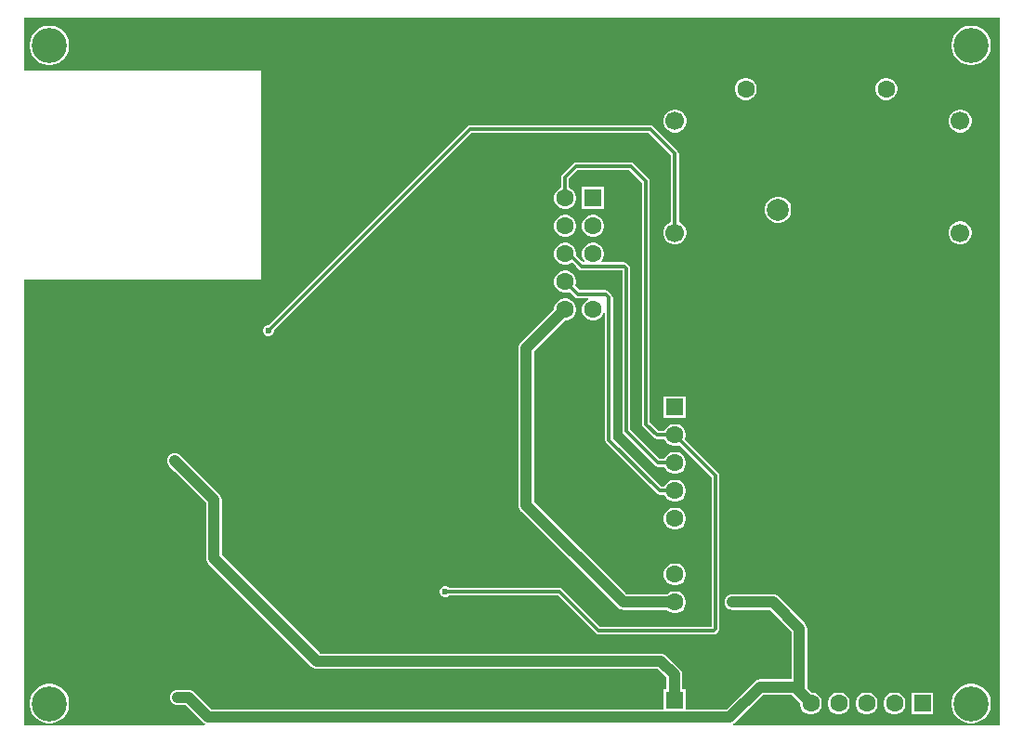
<source format=gbl>
G04*
G04 #@! TF.GenerationSoftware,Altium Limited,Altium Designer,21.4.1 (30)*
G04*
G04 Layer_Physical_Order=2*
G04 Layer_Color=16711680*
%FSLAX44Y44*%
%MOMM*%
G71*
G04*
G04 #@! TF.SameCoordinates,02D7BDB2-D434-4152-92C4-171F5B89420C*
G04*
G04*
G04 #@! TF.FilePolarity,Positive*
G04*
G01*
G75*
%ADD22C,1.0000*%
%ADD24C,0.3000*%
%ADD25C,1.5240*%
%ADD26C,1.6000*%
%ADD27R,1.6000X1.6000*%
%ADD28C,1.6500*%
%ADD29R,1.6500X1.6500*%
%ADD30R,1.6000X1.6000*%
%ADD31C,2.0000*%
%ADD32C,1.7000*%
%ADD33C,3.2000*%
%ADD34C,0.6000*%
G36*
X895943Y10277D02*
X652938D01*
X652685Y11547D01*
X653230Y11773D01*
X654692Y12895D01*
X680014Y38217D01*
X706018D01*
X713443Y30792D01*
Y28960D01*
X714125Y26417D01*
X715441Y24137D01*
X717303Y22275D01*
X719583Y20958D01*
X722126Y20277D01*
X724760D01*
X727303Y20958D01*
X729583Y22275D01*
X731445Y24137D01*
X732762Y26417D01*
X733443Y28960D01*
Y31593D01*
X732762Y34137D01*
X731445Y36417D01*
X729583Y38279D01*
X727303Y39595D01*
X724760Y40277D01*
X723928D01*
X720104Y44101D01*
Y45277D01*
Y98419D01*
X719863Y100246D01*
X719158Y101949D01*
X718036Y103412D01*
X693897Y127550D01*
X692435Y128672D01*
X690732Y129378D01*
X688904Y129618D01*
X661284D01*
X661120Y129597D01*
X652044D01*
X650217Y129356D01*
X648514Y128651D01*
X647052Y127529D01*
X645930Y126066D01*
X645225Y124364D01*
X644984Y122536D01*
X645225Y120709D01*
X645930Y119006D01*
X647052Y117544D01*
X648514Y116422D01*
X650217Y115716D01*
X652044Y115476D01*
X661263D01*
X661427Y115497D01*
X685980D01*
X705983Y95495D01*
Y52337D01*
X677089D01*
X675262Y52097D01*
X673559Y51392D01*
X672097Y50269D01*
X646775Y24947D01*
X609413D01*
Y43387D01*
X606223D01*
Y56387D01*
X605983Y58214D01*
X605278Y59917D01*
X604156Y61379D01*
X591846Y73689D01*
X590383Y74812D01*
X588680Y75517D01*
X586853Y75757D01*
X276568D01*
X186723Y165602D01*
Y216017D01*
X186483Y217844D01*
X185778Y219547D01*
X184655Y221009D01*
X154176Y251489D01*
X149095Y256569D01*
X147633Y257691D01*
X145930Y258397D01*
X144103Y258637D01*
X142276Y258397D01*
X140573Y257691D01*
X139111Y256569D01*
X137989Y255107D01*
X137283Y253404D01*
X137043Y251577D01*
X137283Y249750D01*
X137989Y248047D01*
X139111Y246584D01*
X144191Y241504D01*
X172603Y213092D01*
Y162677D01*
X172843Y160850D01*
X173549Y159147D01*
X174671Y157684D01*
X268651Y63705D01*
X270113Y62583D01*
X271816Y61877D01*
X273643Y61637D01*
X583929D01*
X592103Y53463D01*
Y43387D01*
X588913D01*
Y24947D01*
X177518D01*
X161796Y40669D01*
X160333Y41792D01*
X158630Y42497D01*
X156803Y42737D01*
X146643D01*
X144816Y42497D01*
X143113Y41792D01*
X141651Y40669D01*
X140529Y39207D01*
X139823Y37504D01*
X139583Y35677D01*
X139823Y33850D01*
X140529Y32147D01*
X141651Y30684D01*
X143113Y29562D01*
X144816Y28857D01*
X146643Y28617D01*
X153879D01*
X169601Y12895D01*
X171063Y11773D01*
X171607Y11547D01*
X171355Y10277D01*
X6943D01*
Y416677D01*
X222843D01*
Y607177D01*
X6943D01*
Y655437D01*
X895943D01*
Y10277D01*
D02*
G37*
%LPC*%
G36*
X871416Y648119D02*
X867870D01*
X864393Y647427D01*
X861117Y646070D01*
X858169Y644100D01*
X855662Y641593D01*
X853692Y638645D01*
X852335Y635369D01*
X851643Y631892D01*
Y628346D01*
X852335Y624869D01*
X853692Y621593D01*
X855662Y618645D01*
X858169Y616138D01*
X861117Y614168D01*
X864393Y612811D01*
X867870Y612119D01*
X871416D01*
X874893Y612811D01*
X878169Y614168D01*
X881117Y616138D01*
X883625Y618645D01*
X885594Y621593D01*
X886951Y624869D01*
X887643Y628346D01*
Y631892D01*
X886951Y635369D01*
X885594Y638645D01*
X883625Y641593D01*
X881117Y644100D01*
X878169Y646070D01*
X874893Y647427D01*
X871416Y648119D01*
D02*
G37*
G36*
X31416D02*
X27870D01*
X24393Y647427D01*
X21117Y646070D01*
X18169Y644100D01*
X15662Y641593D01*
X13692Y638645D01*
X12335Y635369D01*
X11643Y631892D01*
Y628346D01*
X12335Y624869D01*
X13692Y621593D01*
X15662Y618645D01*
X18169Y616138D01*
X21117Y614168D01*
X24393Y612811D01*
X27870Y612119D01*
X31416D01*
X34894Y612811D01*
X38169Y614168D01*
X41117Y616138D01*
X43625Y618645D01*
X45594Y621593D01*
X46951Y624869D01*
X47643Y628346D01*
Y631892D01*
X46951Y635369D01*
X45594Y638645D01*
X43625Y641593D01*
X41117Y644100D01*
X38169Y646070D01*
X34894Y647427D01*
X31416Y648119D01*
D02*
G37*
G36*
X793660Y600277D02*
X791027D01*
X788483Y599595D01*
X786203Y598279D01*
X784341Y596417D01*
X783025Y594137D01*
X782343Y591594D01*
Y588960D01*
X783025Y586417D01*
X784341Y584137D01*
X786203Y582275D01*
X788483Y580959D01*
X791027Y580277D01*
X793660D01*
X796203Y580959D01*
X798483Y582275D01*
X800345Y584137D01*
X801662Y586417D01*
X802343Y588960D01*
Y591594D01*
X801662Y594137D01*
X800345Y596417D01*
X798483Y598279D01*
X796203Y599595D01*
X793660Y600277D01*
D02*
G37*
G36*
X665560D02*
X662927D01*
X660383Y599595D01*
X658103Y598279D01*
X656241Y596417D01*
X654925Y594137D01*
X654243Y591594D01*
Y588960D01*
X654925Y586417D01*
X656241Y584137D01*
X658103Y582275D01*
X660383Y580959D01*
X662927Y580277D01*
X665560D01*
X668103Y580959D01*
X670383Y582275D01*
X672245Y584137D01*
X673562Y586417D01*
X674243Y588960D01*
Y591594D01*
X673562Y594137D01*
X672245Y596417D01*
X670383Y598279D01*
X668103Y599595D01*
X665560Y600277D01*
D02*
G37*
G36*
X861025Y571777D02*
X858261D01*
X855590Y571061D01*
X853196Y569679D01*
X851241Y567724D01*
X849859Y565330D01*
X849143Y562659D01*
Y559895D01*
X849859Y557224D01*
X851241Y554830D01*
X853196Y552875D01*
X855590Y551493D01*
X858261Y550777D01*
X861025D01*
X863696Y551493D01*
X866090Y552875D01*
X868045Y554830D01*
X869427Y557224D01*
X870143Y559895D01*
Y562659D01*
X869427Y565330D01*
X868045Y567724D01*
X866090Y569679D01*
X863696Y571061D01*
X861025Y571777D01*
D02*
G37*
G36*
X601025D02*
X598261D01*
X595590Y571061D01*
X593196Y569679D01*
X591241Y567724D01*
X589859Y565330D01*
X589143Y562659D01*
Y559895D01*
X589859Y557224D01*
X591241Y554830D01*
X593196Y552875D01*
X595590Y551493D01*
X598261Y550777D01*
X601025D01*
X603696Y551493D01*
X606090Y552875D01*
X608045Y554830D01*
X609427Y557224D01*
X610143Y559895D01*
Y562659D01*
X609427Y565330D01*
X608045Y567724D01*
X606090Y569679D01*
X603696Y571061D01*
X601025Y571777D01*
D02*
G37*
G36*
X535043Y501077D02*
X515043D01*
Y481077D01*
X535043D01*
Y501077D01*
D02*
G37*
G36*
X695223Y492277D02*
X692063D01*
X689011Y491459D01*
X686275Y489879D01*
X684041Y487645D01*
X682461Y484909D01*
X681643Y481857D01*
Y478697D01*
X682461Y475645D01*
X684041Y472909D01*
X686275Y470675D01*
X689011Y469095D01*
X692063Y468277D01*
X695223D01*
X698275Y469095D01*
X701011Y470675D01*
X703245Y472909D01*
X704825Y475645D01*
X705643Y478697D01*
Y481857D01*
X704825Y484909D01*
X703245Y487645D01*
X701011Y489879D01*
X698275Y491459D01*
X695223Y492277D01*
D02*
G37*
G36*
X526360Y475677D02*
X523727D01*
X521183Y474995D01*
X518903Y473679D01*
X517041Y471817D01*
X515725Y469537D01*
X515043Y466993D01*
Y464361D01*
X515725Y461817D01*
X517041Y459537D01*
X518903Y457675D01*
X521183Y456358D01*
X523727Y455677D01*
X526360D01*
X528903Y456358D01*
X531183Y457675D01*
X533045Y459537D01*
X534362Y461817D01*
X535043Y464361D01*
Y466993D01*
X534362Y469537D01*
X533045Y471817D01*
X531183Y473679D01*
X528903Y474995D01*
X526360Y475677D01*
D02*
G37*
G36*
X500960D02*
X498327D01*
X495783Y474995D01*
X493503Y473679D01*
X491641Y471817D01*
X490325Y469537D01*
X489643Y466993D01*
Y464361D01*
X490325Y461817D01*
X491641Y459537D01*
X493503Y457675D01*
X495783Y456358D01*
X498327Y455677D01*
X500960D01*
X503503Y456358D01*
X505783Y457675D01*
X507645Y459537D01*
X508962Y461817D01*
X509643Y464361D01*
Y466993D01*
X508962Y469537D01*
X507645Y471817D01*
X505783Y473679D01*
X503503Y474995D01*
X500960Y475677D01*
D02*
G37*
G36*
X861025Y469777D02*
X858261D01*
X855590Y469061D01*
X853196Y467679D01*
X851241Y465724D01*
X849859Y463330D01*
X849143Y460659D01*
Y457895D01*
X849859Y455224D01*
X851241Y452830D01*
X853196Y450875D01*
X855590Y449493D01*
X858261Y448777D01*
X861025D01*
X863696Y449493D01*
X866090Y450875D01*
X868045Y452830D01*
X869427Y455224D01*
X870143Y457895D01*
Y460659D01*
X869427Y463330D01*
X868045Y465724D01*
X866090Y467679D01*
X863696Y469061D01*
X861025Y469777D01*
D02*
G37*
G36*
X577427Y557152D02*
X412835D01*
X411469Y556880D01*
X410312Y556106D01*
X229146Y374941D01*
X228199D01*
X226361Y374180D01*
X224954Y372773D01*
X224193Y370936D01*
Y368946D01*
X224954Y367109D01*
X226361Y365702D01*
X228199Y364941D01*
X230188D01*
X232025Y365702D01*
X233432Y367109D01*
X234193Y368946D01*
Y369894D01*
X414313Y550014D01*
X575949D01*
X596074Y529889D01*
Y469191D01*
X595590Y469061D01*
X593196Y467679D01*
X591241Y465724D01*
X589859Y463330D01*
X589143Y460659D01*
Y457895D01*
X589859Y455224D01*
X591241Y452830D01*
X593196Y450875D01*
X595590Y449493D01*
X598261Y448777D01*
X601025D01*
X603696Y449493D01*
X606090Y450875D01*
X608045Y452830D01*
X609427Y455224D01*
X610143Y457895D01*
Y460659D01*
X609427Y463330D01*
X608045Y465724D01*
X606090Y467679D01*
X603696Y469061D01*
X603212Y469191D01*
Y531367D01*
X602940Y532733D01*
X602166Y533890D01*
X579950Y556106D01*
X578793Y556880D01*
X577427Y557152D01*
D02*
G37*
G36*
X526360Y450277D02*
X523727D01*
X521183Y449595D01*
X518903Y448279D01*
X517041Y446417D01*
X515725Y444137D01*
X515043Y441594D01*
Y438960D01*
X515725Y436417D01*
X517041Y434137D01*
X517341Y433837D01*
X516856Y432581D01*
X516000Y432485D01*
X514744Y433740D01*
X514744Y433741D01*
X509618Y438867D01*
X509643Y438960D01*
Y441594D01*
X508962Y444137D01*
X507645Y446417D01*
X505783Y448279D01*
X503503Y449595D01*
X500960Y450277D01*
X498327D01*
X495783Y449595D01*
X493503Y448279D01*
X491641Y446417D01*
X490325Y444137D01*
X489643Y441594D01*
Y438960D01*
X490325Y436417D01*
X491641Y434137D01*
X493503Y432275D01*
X495783Y430959D01*
X498327Y430277D01*
X500960D01*
X503503Y430959D01*
X505783Y432275D01*
X505950Y432441D01*
X509697Y428694D01*
X509698Y428694D01*
X512138Y426254D01*
X513295Y425480D01*
X514661Y425208D01*
X551760D01*
Y278247D01*
X552032Y276881D01*
X552806Y275724D01*
X581576Y246954D01*
X582733Y246180D01*
X584099Y245908D01*
X590247D01*
X590325Y245617D01*
X591641Y243337D01*
X593503Y241475D01*
X595783Y240159D01*
X598327Y239477D01*
X600960D01*
X603503Y240159D01*
X605783Y241475D01*
X607645Y243337D01*
X608962Y245617D01*
X609643Y248160D01*
Y250793D01*
X608962Y253337D01*
X607645Y255617D01*
X605783Y257479D01*
X603503Y258796D01*
X600960Y259477D01*
X598327D01*
X595783Y258796D01*
X593503Y257479D01*
X591641Y255617D01*
X590325Y253337D01*
X590247Y253046D01*
X585577D01*
X558898Y279725D01*
Y427020D01*
X558626Y428385D01*
X557853Y429543D01*
X556095Y431300D01*
X554937Y432074D01*
X553572Y432346D01*
X532913D01*
X532427Y433519D01*
X533045Y434137D01*
X534362Y436417D01*
X535043Y438960D01*
Y441594D01*
X534362Y444137D01*
X533045Y446417D01*
X531183Y448279D01*
X528903Y449595D01*
X526360Y450277D01*
D02*
G37*
G36*
X609643Y310277D02*
X589643D01*
Y290277D01*
X609643D01*
Y310277D01*
D02*
G37*
G36*
X500960Y424877D02*
X498327D01*
X495783Y424196D01*
X493503Y422879D01*
X491641Y421017D01*
X490325Y418737D01*
X489643Y416194D01*
Y413560D01*
X490325Y411017D01*
X491641Y408737D01*
X493503Y406875D01*
X495783Y405559D01*
X498327Y404877D01*
X500960D01*
X503503Y405559D01*
X503764Y405709D01*
X508620Y400854D01*
X509777Y400080D01*
X511143Y399808D01*
X520398D01*
X520738Y398538D01*
X518903Y397479D01*
X517041Y395617D01*
X515725Y393337D01*
X515043Y390793D01*
Y388161D01*
X515725Y385617D01*
X517041Y383337D01*
X518903Y381475D01*
X521183Y380159D01*
X523727Y379477D01*
X526360D01*
X528903Y380159D01*
X531183Y381475D01*
X533045Y383337D01*
X534362Y385617D01*
X534804Y387270D01*
X536074Y387103D01*
Y270119D01*
X536346Y268753D01*
X537120Y267596D01*
X583162Y221554D01*
X584319Y220780D01*
X585685Y220508D01*
X590247D01*
X590325Y220217D01*
X591641Y217937D01*
X593503Y216075D01*
X595783Y214758D01*
X598327Y214077D01*
X600960D01*
X603503Y214758D01*
X605783Y216075D01*
X607645Y217937D01*
X608962Y220217D01*
X609643Y222761D01*
Y225394D01*
X608962Y227937D01*
X607645Y230217D01*
X605783Y232079D01*
X603503Y233396D01*
X600960Y234077D01*
X598327D01*
X595783Y233396D01*
X593503Y232079D01*
X591641Y230217D01*
X590325Y227937D01*
X590247Y227646D01*
X587163D01*
X543212Y271597D01*
Y400119D01*
X542940Y401485D01*
X542166Y402642D01*
X538908Y405900D01*
X537751Y406674D01*
X536385Y406946D01*
X512621D01*
X508811Y410756D01*
X508962Y411017D01*
X509643Y413560D01*
Y416194D01*
X508962Y418737D01*
X507645Y421017D01*
X505783Y422879D01*
X503503Y424196D01*
X500960Y424877D01*
D02*
G37*
G36*
X600960Y208677D02*
X598327D01*
X595783Y207995D01*
X593503Y206679D01*
X591641Y204817D01*
X590325Y202537D01*
X589643Y199993D01*
Y197360D01*
X590325Y194817D01*
X591641Y192537D01*
X593503Y190675D01*
X595783Y189359D01*
X598327Y188677D01*
X600960D01*
X603503Y189359D01*
X605783Y190675D01*
X607645Y192537D01*
X608962Y194817D01*
X609643Y197360D01*
Y199993D01*
X608962Y202537D01*
X607645Y204817D01*
X605783Y206679D01*
X603503Y207995D01*
X600960Y208677D01*
D02*
G37*
G36*
Y157877D02*
X598327D01*
X595783Y157196D01*
X593503Y155879D01*
X591641Y154017D01*
X590325Y151737D01*
X589643Y149193D01*
Y146560D01*
X590325Y144017D01*
X591641Y141737D01*
X593503Y139875D01*
X595783Y138559D01*
X598327Y137877D01*
X600960D01*
X603503Y138559D01*
X605783Y139875D01*
X607645Y141737D01*
X608962Y144017D01*
X609643Y146560D01*
Y149193D01*
X608962Y151737D01*
X607645Y154017D01*
X605783Y155879D01*
X603503Y157196D01*
X600960Y157877D01*
D02*
G37*
G36*
X500960Y399477D02*
X498327D01*
X495783Y398796D01*
X493503Y397479D01*
X491641Y395617D01*
X490325Y393337D01*
X489643Y390793D01*
Y389462D01*
X459151Y358969D01*
X458029Y357507D01*
X457323Y355804D01*
X457083Y353977D01*
Y210937D01*
X457323Y209110D01*
X458029Y207407D01*
X459151Y205944D01*
X547611Y117485D01*
X549073Y116362D01*
X550776Y115657D01*
X552603Y115417D01*
X592561D01*
X593503Y114475D01*
X595783Y113159D01*
X598327Y112477D01*
X600960D01*
X603503Y113159D01*
X605783Y114475D01*
X607645Y116337D01*
X608962Y118617D01*
X609643Y121160D01*
Y123793D01*
X608962Y126337D01*
X607645Y128617D01*
X605783Y130479D01*
X603503Y131796D01*
X600960Y132477D01*
X598327D01*
X595783Y131796D01*
X593503Y130479D01*
X592561Y129537D01*
X555528D01*
X471203Y213862D01*
Y351053D01*
X499628Y379477D01*
X500960D01*
X503503Y380159D01*
X505783Y381475D01*
X507645Y383337D01*
X508962Y385617D01*
X509643Y388161D01*
Y390793D01*
X508962Y393337D01*
X507645Y395617D01*
X505783Y397479D01*
X503503Y398796D01*
X500960Y399477D01*
D02*
G37*
G36*
X559643Y523688D02*
X509643D01*
X508277Y523416D01*
X507120Y522642D01*
X497120Y512642D01*
X496346Y511485D01*
X496074Y510119D01*
Y500474D01*
X495783Y500396D01*
X493503Y499079D01*
X491641Y497217D01*
X490325Y494937D01*
X489643Y492393D01*
Y489761D01*
X490325Y487217D01*
X491641Y484937D01*
X493503Y483075D01*
X495783Y481758D01*
X498327Y481077D01*
X500960D01*
X503503Y481758D01*
X505783Y483075D01*
X507645Y484937D01*
X508962Y487217D01*
X509643Y489761D01*
Y492393D01*
X508962Y494937D01*
X507645Y497217D01*
X505783Y499079D01*
X503503Y500396D01*
X503212Y500474D01*
Y508641D01*
X511121Y516550D01*
X558165D01*
X569795Y504921D01*
Y284851D01*
X570066Y283485D01*
X570840Y282328D01*
X580814Y272354D01*
X581972Y271580D01*
X583337Y271308D01*
X590247D01*
X590325Y271017D01*
X591641Y268737D01*
X593503Y266875D01*
X595783Y265558D01*
X598327Y264877D01*
X600960D01*
X603503Y265558D01*
X603764Y265709D01*
X633294Y236179D01*
Y100206D01*
X531661D01*
X497146Y134720D01*
X495989Y135494D01*
X494623Y135766D01*
X393986D01*
X393315Y136436D01*
X391478Y137197D01*
X389488D01*
X387651Y136436D01*
X386244Y135029D01*
X385483Y133192D01*
Y131202D01*
X386244Y129365D01*
X387651Y127958D01*
X389488Y127197D01*
X391478D01*
X393315Y127958D01*
X393986Y128628D01*
X493145D01*
X527660Y94114D01*
X528817Y93340D01*
X530183Y93068D01*
X635106D01*
X636471Y93340D01*
X637629Y94114D01*
X639386Y95871D01*
X640160Y97029D01*
X640432Y98394D01*
Y237657D01*
X640160Y239023D01*
X639386Y240180D01*
X608811Y270756D01*
X608962Y271017D01*
X609643Y273561D01*
Y276194D01*
X608962Y278737D01*
X607645Y281017D01*
X605783Y282879D01*
X603503Y284195D01*
X600960Y284877D01*
X598327D01*
X595783Y284195D01*
X593503Y282879D01*
X591641Y281017D01*
X590325Y278737D01*
X590247Y278446D01*
X584815D01*
X576932Y286329D01*
Y506399D01*
X576660Y507765D01*
X575886Y508922D01*
X562166Y522642D01*
X561009Y523416D01*
X559643Y523688D01*
D02*
G37*
G36*
X835043Y40277D02*
X815043D01*
Y20277D01*
X835043D01*
Y40277D01*
D02*
G37*
G36*
X800960D02*
X798326D01*
X795783Y39595D01*
X793503Y38279D01*
X791641Y36417D01*
X790325Y34137D01*
X789643Y31593D01*
Y28960D01*
X790325Y26417D01*
X791641Y24137D01*
X793503Y22275D01*
X795783Y20958D01*
X798326Y20277D01*
X800960D01*
X803503Y20958D01*
X805783Y22275D01*
X807645Y24137D01*
X808962Y26417D01*
X809643Y28960D01*
Y31593D01*
X808962Y34137D01*
X807645Y36417D01*
X805783Y38279D01*
X803503Y39595D01*
X800960Y40277D01*
D02*
G37*
G36*
X775560D02*
X772926D01*
X770383Y39595D01*
X768103Y38279D01*
X766241Y36417D01*
X764925Y34137D01*
X764243Y31593D01*
Y28960D01*
X764925Y26417D01*
X766241Y24137D01*
X768103Y22275D01*
X770383Y20958D01*
X772926Y20277D01*
X775560D01*
X778103Y20958D01*
X780383Y22275D01*
X782245Y24137D01*
X783562Y26417D01*
X784243Y28960D01*
Y31593D01*
X783562Y34137D01*
X782245Y36417D01*
X780383Y38279D01*
X778103Y39595D01*
X775560Y40277D01*
D02*
G37*
G36*
X750160D02*
X747526D01*
X744983Y39595D01*
X742703Y38279D01*
X740841Y36417D01*
X739525Y34137D01*
X738843Y31593D01*
Y28960D01*
X739525Y26417D01*
X740841Y24137D01*
X742703Y22275D01*
X744983Y20958D01*
X747526Y20277D01*
X750160D01*
X752703Y20958D01*
X754983Y22275D01*
X756845Y24137D01*
X758162Y26417D01*
X758843Y28960D01*
Y31593D01*
X758162Y34137D01*
X756845Y36417D01*
X754983Y38279D01*
X752703Y39595D01*
X750160Y40277D01*
D02*
G37*
G36*
X871416Y48119D02*
X867870D01*
X864393Y47427D01*
X861117Y46070D01*
X858169Y44100D01*
X855662Y41593D01*
X853692Y38645D01*
X852335Y35369D01*
X851643Y31892D01*
Y28346D01*
X852335Y24869D01*
X853692Y21593D01*
X855662Y18645D01*
X858169Y16137D01*
X861117Y14168D01*
X864393Y12811D01*
X867870Y12119D01*
X871416D01*
X874893Y12811D01*
X878169Y14168D01*
X881117Y16137D01*
X883625Y18645D01*
X885594Y21593D01*
X886951Y24869D01*
X887643Y28346D01*
Y31892D01*
X886951Y35369D01*
X885594Y38645D01*
X883625Y41593D01*
X881117Y44100D01*
X878169Y46070D01*
X874893Y47427D01*
X871416Y48119D01*
D02*
G37*
G36*
X31416D02*
X27870D01*
X24393Y47427D01*
X21117Y46070D01*
X18169Y44100D01*
X15662Y41593D01*
X13692Y38645D01*
X12335Y35369D01*
X11643Y31892D01*
Y28346D01*
X12335Y24869D01*
X13692Y21593D01*
X15662Y18645D01*
X18169Y16137D01*
X21117Y14168D01*
X24393Y12811D01*
X27870Y12119D01*
X31416D01*
X34894Y12811D01*
X38169Y14168D01*
X41117Y16137D01*
X43625Y18645D01*
X45594Y21593D01*
X46951Y24869D01*
X47643Y28346D01*
Y31892D01*
X46951Y35369D01*
X45594Y38645D01*
X43625Y41593D01*
X41117Y44100D01*
X38169Y46070D01*
X34894Y47427D01*
X31416Y48119D01*
D02*
G37*
%LPD*%
D22*
X708943Y45277D02*
X713043Y41177D01*
X677089Y45277D02*
X708943D01*
X649699Y17887D02*
X677089Y45277D01*
X713043D02*
Y98419D01*
X652044Y122536D02*
X661263D01*
X146643Y35677D02*
X156803D01*
X144103Y251577D02*
X149183Y246497D01*
X179663Y216017D01*
Y162677D02*
Y216017D01*
X713043Y41177D02*
Y45277D01*
X661263Y122536D02*
X661284Y122558D01*
X688904D01*
X713043Y98419D01*
X586853Y68697D02*
X599163Y56387D01*
X179663Y162677D02*
X273643Y68697D01*
X586853D01*
X713043Y41177D02*
X723443Y30777D01*
X156803Y35677D02*
X174593Y17887D01*
X649699D01*
X723443Y30277D02*
Y30777D01*
X599163Y33137D02*
Y56387D01*
X552603Y122477D02*
X599643D01*
X464143Y210937D02*
X552603Y122477D01*
X464143Y210937D02*
Y353977D01*
X499643Y389477D01*
D24*
X585685Y224077D02*
X599643D01*
X539643Y270119D02*
Y400119D01*
Y270119D02*
X585685Y224077D01*
X536385Y403377D02*
X539643Y400119D01*
X499643Y414877D02*
X511143Y403377D01*
X536385D01*
X509643Y520119D02*
X559643D01*
X573363Y284851D02*
Y506399D01*
X559643Y520119D02*
X573363Y506399D01*
X499643Y491077D02*
Y510119D01*
X509643Y520119D01*
X577427Y553583D02*
X599643Y531367D01*
Y459277D02*
Y531367D01*
X530183Y96637D02*
X635106D01*
X636863Y98394D01*
Y237657D01*
X494623Y132197D02*
X530183Y96637D01*
X390483Y132197D02*
X494623D01*
X599643Y274877D02*
X636863Y237657D01*
X412835Y553583D02*
X577427D01*
X229193Y369941D02*
X412835Y553583D01*
X512221Y431217D02*
X512221D01*
X514661Y428777D01*
X553572D01*
X503161Y440277D02*
X512221Y431217D01*
X555329Y278247D02*
Y427020D01*
X553572Y428777D02*
X555329Y427020D01*
X499643Y440277D02*
X503161D01*
X555329Y278247D02*
X584099Y249477D01*
X599643D01*
X583337Y274877D02*
X599643D01*
X573363Y284851D02*
X583337Y274877D01*
D25*
X540000Y590000D02*
D03*
X480000D02*
D03*
X420000D02*
D03*
X360000D02*
D03*
X300000D02*
D03*
X570000Y630000D02*
D03*
X510000D02*
D03*
X450000D02*
D03*
X390000D02*
D03*
X330000D02*
D03*
X270000D02*
D03*
X149643Y125119D02*
D03*
X124643Y75119D02*
D03*
Y175119D02*
D03*
X99643Y125119D02*
D03*
X74643Y75119D02*
D03*
X49643Y125119D02*
D03*
X74643Y175119D02*
D03*
X49643Y225119D02*
D03*
Y275119D02*
D03*
Y325119D02*
D03*
D26*
X499643Y491077D02*
D03*
Y465677D02*
D03*
Y440277D02*
D03*
Y414877D02*
D03*
Y389477D02*
D03*
X525043Y465677D02*
D03*
Y440277D02*
D03*
Y414877D02*
D03*
Y389477D02*
D03*
X799643Y30277D02*
D03*
X774243D02*
D03*
X748843D02*
D03*
X723443D02*
D03*
X698043D02*
D03*
X599643Y122477D02*
D03*
Y147877D02*
D03*
Y173277D02*
D03*
Y198677D02*
D03*
Y224077D02*
D03*
Y249477D02*
D03*
Y274877D02*
D03*
X664243Y590277D02*
D03*
X689643D02*
D03*
X766943D02*
D03*
X792343D02*
D03*
D27*
X525043Y491077D02*
D03*
X599643Y300277D02*
D03*
D28*
X624163Y33137D02*
D03*
D29*
X599163D02*
D03*
D30*
X825043Y30277D02*
D03*
D31*
X693643Y480277D02*
D03*
X769643D02*
D03*
D32*
X859643Y459277D02*
D03*
Y561277D02*
D03*
X599643D02*
D03*
Y459277D02*
D03*
D33*
X869643Y630119D02*
D03*
Y30119D02*
D03*
X29643D02*
D03*
Y630119D02*
D03*
D34*
X144103Y251577D02*
D03*
X652044Y122536D02*
D03*
X146643Y35677D02*
D03*
X390483Y132197D02*
D03*
X181462Y74602D02*
D03*
X178188Y329259D02*
D03*
X171854Y74620D02*
D03*
X169383Y329277D02*
D03*
X229193Y369941D02*
D03*
M02*

</source>
